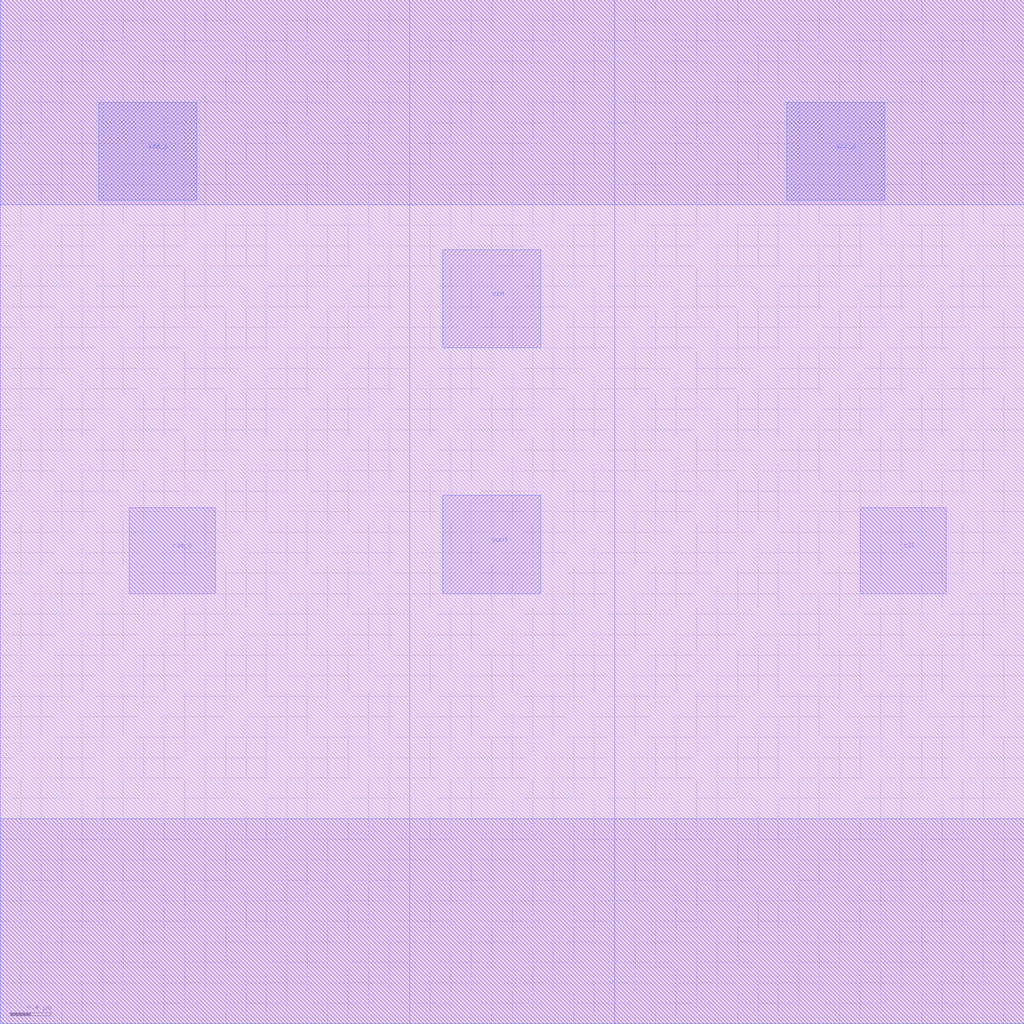
<source format=lef>
VERSION 5.8 ;
DIVIDERCHAR "/" ;
BUSBITCHARS "[]" ;

MACRO sampswitch
  CLASS BLOCK ;
  FOREIGN sampswitch 0 0 ;
  ORIGIN 0.000 0.000 ;
  SIZE 10.000 BY 10.000 ;
  SYMMETRY X Y ;

  # Signal pins (vin, vout) - placed in center area, grid-aligned
  PIN vin
    DIRECTION INPUT ;
    USE SIGNAL ;
    PORT
      LAYER Metal3 ;
        RECT 4.32 6.60 5.28 7.56 ;
    END
  END vin

  PIN vout
    DIRECTION INOUT ;
    USE SIGNAL ;
    PORT
      LAYER Metal3 ;
        RECT 4.32 4.20 5.28 5.16 ;
    END
  END vout

  # Clock pins - placed on left and right sides, grid-aligned
  PIN clk
    DIRECTION INPUT ;
    USE SIGNAL ;
    PORT
      LAYER Metal2 ;
        RECT 8.40 4.20 9.24 5.04 ;
    END
  END clk

  PIN clk_b
    DIRECTION INPUT ;
    USE SIGNAL ;
    PORT
      LAYER Metal2 ;
        RECT 1.26 4.20 2.10 5.04 ;
    END
  END clk_b

  # Power pins - placed in corners, grid-aligned
  PIN vdd_a
    DIRECTION INOUT ;
    USE SIGNAL ;
    PORT
      LAYER Metal3 ;
        RECT 0.96 8.04 1.92 9.00 ;
    END
  END vdd_a

  PIN vss_a
    DIRECTION INOUT ;
    USE SIGNAL ;
    PORT
      LAYER Metal3 ;
        RECT 7.68 8.04 8.64 9.00 ;
    END
  END vss_a

  OBS
    LAYER Metal1 ;
      RECT 0.000 0.000 10.000 10.000 ;
    LAYER Metal2 ;
      RECT 0.000 0.000 10.000 10.000 ;
      RECT 4.000 0.000 6.000 10.000 ;
    LAYER Metal3 ;
      RECT 0.000 0.000 10.000 2.000 ;
      RECT 0.000 8.000 10.000 10.000 ;
  END

END sampswitch

END LIBRARY
</source>
